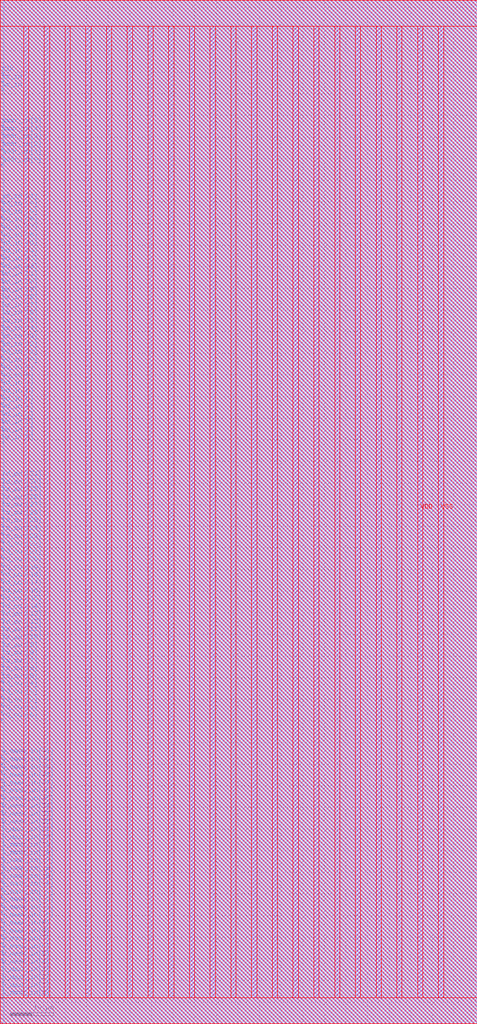
<source format=lef>
VERSION 5.7 ;
BUSBITCHARS "[]" ;
MACRO fakeram130_64x32
  FOREIGN fakeram130_64x32 0 0 ;
  SYMMETRY X Y R90 ;
  SIZE 110.400 BY 236.640 ;
  CLASS BLOCK ;
  PIN w_mask_in[0]
    DIRECTION INPUT ;
    USE SIGNAL ;
    SHAPE ABUTMENT ;
    PORT
      LAYER met3 ;
      RECT 0.000 5.850 0.800 6.150 ;
    END
  END w_mask_in[0]
  PIN w_mask_in[1]
    DIRECTION INPUT ;
    USE SIGNAL ;
    SHAPE ABUTMENT ;
    PORT
      LAYER met3 ;
      RECT 0.000 7.650 0.800 7.950 ;
    END
  END w_mask_in[1]
  PIN w_mask_in[2]
    DIRECTION INPUT ;
    USE SIGNAL ;
    SHAPE ABUTMENT ;
    PORT
      LAYER met3 ;
      RECT 0.000 9.450 0.800 9.750 ;
    END
  END w_mask_in[2]
  PIN w_mask_in[3]
    DIRECTION INPUT ;
    USE SIGNAL ;
    SHAPE ABUTMENT ;
    PORT
      LAYER met3 ;
      RECT 0.000 11.250 0.800 11.550 ;
    END
  END w_mask_in[3]
  PIN w_mask_in[4]
    DIRECTION INPUT ;
    USE SIGNAL ;
    SHAPE ABUTMENT ;
    PORT
      LAYER met3 ;
      RECT 0.000 13.050 0.800 13.350 ;
    END
  END w_mask_in[4]
  PIN w_mask_in[5]
    DIRECTION INPUT ;
    USE SIGNAL ;
    SHAPE ABUTMENT ;
    PORT
      LAYER met3 ;
      RECT 0.000 14.850 0.800 15.150 ;
    END
  END w_mask_in[5]
  PIN w_mask_in[6]
    DIRECTION INPUT ;
    USE SIGNAL ;
    SHAPE ABUTMENT ;
    PORT
      LAYER met3 ;
      RECT 0.000 16.650 0.800 16.950 ;
    END
  END w_mask_in[6]
  PIN w_mask_in[7]
    DIRECTION INPUT ;
    USE SIGNAL ;
    SHAPE ABUTMENT ;
    PORT
      LAYER met3 ;
      RECT 0.000 18.450 0.800 18.750 ;
    END
  END w_mask_in[7]
  PIN w_mask_in[8]
    DIRECTION INPUT ;
    USE SIGNAL ;
    SHAPE ABUTMENT ;
    PORT
      LAYER met3 ;
      RECT 0.000 20.250 0.800 20.550 ;
    END
  END w_mask_in[8]
  PIN w_mask_in[9]
    DIRECTION INPUT ;
    USE SIGNAL ;
    SHAPE ABUTMENT ;
    PORT
      LAYER met3 ;
      RECT 0.000 22.050 0.800 22.350 ;
    END
  END w_mask_in[9]
  PIN w_mask_in[10]
    DIRECTION INPUT ;
    USE SIGNAL ;
    SHAPE ABUTMENT ;
    PORT
      LAYER met3 ;
      RECT 0.000 23.850 0.800 24.150 ;
    END
  END w_mask_in[10]
  PIN w_mask_in[11]
    DIRECTION INPUT ;
    USE SIGNAL ;
    SHAPE ABUTMENT ;
    PORT
      LAYER met3 ;
      RECT 0.000 25.650 0.800 25.950 ;
    END
  END w_mask_in[11]
  PIN w_mask_in[12]
    DIRECTION INPUT ;
    USE SIGNAL ;
    SHAPE ABUTMENT ;
    PORT
      LAYER met3 ;
      RECT 0.000 27.450 0.800 27.750 ;
    END
  END w_mask_in[12]
  PIN w_mask_in[13]
    DIRECTION INPUT ;
    USE SIGNAL ;
    SHAPE ABUTMENT ;
    PORT
      LAYER met3 ;
      RECT 0.000 29.250 0.800 29.550 ;
    END
  END w_mask_in[13]
  PIN w_mask_in[14]
    DIRECTION INPUT ;
    USE SIGNAL ;
    SHAPE ABUTMENT ;
    PORT
      LAYER met3 ;
      RECT 0.000 31.050 0.800 31.350 ;
    END
  END w_mask_in[14]
  PIN w_mask_in[15]
    DIRECTION INPUT ;
    USE SIGNAL ;
    SHAPE ABUTMENT ;
    PORT
      LAYER met3 ;
      RECT 0.000 32.850 0.800 33.150 ;
    END
  END w_mask_in[15]
  PIN w_mask_in[16]
    DIRECTION INPUT ;
    USE SIGNAL ;
    SHAPE ABUTMENT ;
    PORT
      LAYER met3 ;
      RECT 0.000 34.650 0.800 34.950 ;
    END
  END w_mask_in[16]
  PIN w_mask_in[17]
    DIRECTION INPUT ;
    USE SIGNAL ;
    SHAPE ABUTMENT ;
    PORT
      LAYER met3 ;
      RECT 0.000 36.450 0.800 36.750 ;
    END
  END w_mask_in[17]
  PIN w_mask_in[18]
    DIRECTION INPUT ;
    USE SIGNAL ;
    SHAPE ABUTMENT ;
    PORT
      LAYER met3 ;
      RECT 0.000 38.250 0.800 38.550 ;
    END
  END w_mask_in[18]
  PIN w_mask_in[19]
    DIRECTION INPUT ;
    USE SIGNAL ;
    SHAPE ABUTMENT ;
    PORT
      LAYER met3 ;
      RECT 0.000 40.050 0.800 40.350 ;
    END
  END w_mask_in[19]
  PIN w_mask_in[20]
    DIRECTION INPUT ;
    USE SIGNAL ;
    SHAPE ABUTMENT ;
    PORT
      LAYER met3 ;
      RECT 0.000 41.850 0.800 42.150 ;
    END
  END w_mask_in[20]
  PIN w_mask_in[21]
    DIRECTION INPUT ;
    USE SIGNAL ;
    SHAPE ABUTMENT ;
    PORT
      LAYER met3 ;
      RECT 0.000 43.650 0.800 43.950 ;
    END
  END w_mask_in[21]
  PIN w_mask_in[22]
    DIRECTION INPUT ;
    USE SIGNAL ;
    SHAPE ABUTMENT ;
    PORT
      LAYER met3 ;
      RECT 0.000 45.450 0.800 45.750 ;
    END
  END w_mask_in[22]
  PIN w_mask_in[23]
    DIRECTION INPUT ;
    USE SIGNAL ;
    SHAPE ABUTMENT ;
    PORT
      LAYER met3 ;
      RECT 0.000 47.250 0.800 47.550 ;
    END
  END w_mask_in[23]
  PIN w_mask_in[24]
    DIRECTION INPUT ;
    USE SIGNAL ;
    SHAPE ABUTMENT ;
    PORT
      LAYER met3 ;
      RECT 0.000 49.050 0.800 49.350 ;
    END
  END w_mask_in[24]
  PIN w_mask_in[25]
    DIRECTION INPUT ;
    USE SIGNAL ;
    SHAPE ABUTMENT ;
    PORT
      LAYER met3 ;
      RECT 0.000 50.850 0.800 51.150 ;
    END
  END w_mask_in[25]
  PIN w_mask_in[26]
    DIRECTION INPUT ;
    USE SIGNAL ;
    SHAPE ABUTMENT ;
    PORT
      LAYER met3 ;
      RECT 0.000 52.650 0.800 52.950 ;
    END
  END w_mask_in[26]
  PIN w_mask_in[27]
    DIRECTION INPUT ;
    USE SIGNAL ;
    SHAPE ABUTMENT ;
    PORT
      LAYER met3 ;
      RECT 0.000 54.450 0.800 54.750 ;
    END
  END w_mask_in[27]
  PIN w_mask_in[28]
    DIRECTION INPUT ;
    USE SIGNAL ;
    SHAPE ABUTMENT ;
    PORT
      LAYER met3 ;
      RECT 0.000 56.250 0.800 56.550 ;
    END
  END w_mask_in[28]
  PIN w_mask_in[29]
    DIRECTION INPUT ;
    USE SIGNAL ;
    SHAPE ABUTMENT ;
    PORT
      LAYER met3 ;
      RECT 0.000 58.050 0.800 58.350 ;
    END
  END w_mask_in[29]
  PIN w_mask_in[30]
    DIRECTION INPUT ;
    USE SIGNAL ;
    SHAPE ABUTMENT ;
    PORT
      LAYER met3 ;
      RECT 0.000 59.850 0.800 60.150 ;
    END
  END w_mask_in[30]
  PIN w_mask_in[31]
    DIRECTION INPUT ;
    USE SIGNAL ;
    SHAPE ABUTMENT ;
    PORT
      LAYER met3 ;
      RECT 0.000 61.650 0.800 61.950 ;
    END
  END w_mask_in[31]
  PIN rd_out[0]
    DIRECTION OUTPUT ;
    USE SIGNAL ;
    SHAPE ABUTMENT ;
    PORT
      LAYER met3 ;
      RECT 0.000 70.050 0.800 70.350 ;
    END
  END rd_out[0]
  PIN rd_out[1]
    DIRECTION OUTPUT ;
    USE SIGNAL ;
    SHAPE ABUTMENT ;
    PORT
      LAYER met3 ;
      RECT 0.000 71.850 0.800 72.150 ;
    END
  END rd_out[1]
  PIN rd_out[2]
    DIRECTION OUTPUT ;
    USE SIGNAL ;
    SHAPE ABUTMENT ;
    PORT
      LAYER met3 ;
      RECT 0.000 73.650 0.800 73.950 ;
    END
  END rd_out[2]
  PIN rd_out[3]
    DIRECTION OUTPUT ;
    USE SIGNAL ;
    SHAPE ABUTMENT ;
    PORT
      LAYER met3 ;
      RECT 0.000 75.450 0.800 75.750 ;
    END
  END rd_out[3]
  PIN rd_out[4]
    DIRECTION OUTPUT ;
    USE SIGNAL ;
    SHAPE ABUTMENT ;
    PORT
      LAYER met3 ;
      RECT 0.000 77.250 0.800 77.550 ;
    END
  END rd_out[4]
  PIN rd_out[5]
    DIRECTION OUTPUT ;
    USE SIGNAL ;
    SHAPE ABUTMENT ;
    PORT
      LAYER met3 ;
      RECT 0.000 79.050 0.800 79.350 ;
    END
  END rd_out[5]
  PIN rd_out[6]
    DIRECTION OUTPUT ;
    USE SIGNAL ;
    SHAPE ABUTMENT ;
    PORT
      LAYER met3 ;
      RECT 0.000 80.850 0.800 81.150 ;
    END
  END rd_out[6]
  PIN rd_out[7]
    DIRECTION OUTPUT ;
    USE SIGNAL ;
    SHAPE ABUTMENT ;
    PORT
      LAYER met3 ;
      RECT 0.000 82.650 0.800 82.950 ;
    END
  END rd_out[7]
  PIN rd_out[8]
    DIRECTION OUTPUT ;
    USE SIGNAL ;
    SHAPE ABUTMENT ;
    PORT
      LAYER met3 ;
      RECT 0.000 84.450 0.800 84.750 ;
    END
  END rd_out[8]
  PIN rd_out[9]
    DIRECTION OUTPUT ;
    USE SIGNAL ;
    SHAPE ABUTMENT ;
    PORT
      LAYER met3 ;
      RECT 0.000 86.250 0.800 86.550 ;
    END
  END rd_out[9]
  PIN rd_out[10]
    DIRECTION OUTPUT ;
    USE SIGNAL ;
    SHAPE ABUTMENT ;
    PORT
      LAYER met3 ;
      RECT 0.000 88.050 0.800 88.350 ;
    END
  END rd_out[10]
  PIN rd_out[11]
    DIRECTION OUTPUT ;
    USE SIGNAL ;
    SHAPE ABUTMENT ;
    PORT
      LAYER met3 ;
      RECT 0.000 89.850 0.800 90.150 ;
    END
  END rd_out[11]
  PIN rd_out[12]
    DIRECTION OUTPUT ;
    USE SIGNAL ;
    SHAPE ABUTMENT ;
    PORT
      LAYER met3 ;
      RECT 0.000 91.650 0.800 91.950 ;
    END
  END rd_out[12]
  PIN rd_out[13]
    DIRECTION OUTPUT ;
    USE SIGNAL ;
    SHAPE ABUTMENT ;
    PORT
      LAYER met3 ;
      RECT 0.000 93.450 0.800 93.750 ;
    END
  END rd_out[13]
  PIN rd_out[14]
    DIRECTION OUTPUT ;
    USE SIGNAL ;
    SHAPE ABUTMENT ;
    PORT
      LAYER met3 ;
      RECT 0.000 95.250 0.800 95.550 ;
    END
  END rd_out[14]
  PIN rd_out[15]
    DIRECTION OUTPUT ;
    USE SIGNAL ;
    SHAPE ABUTMENT ;
    PORT
      LAYER met3 ;
      RECT 0.000 97.050 0.800 97.350 ;
    END
  END rd_out[15]
  PIN rd_out[16]
    DIRECTION OUTPUT ;
    USE SIGNAL ;
    SHAPE ABUTMENT ;
    PORT
      LAYER met3 ;
      RECT 0.000 98.850 0.800 99.150 ;
    END
  END rd_out[16]
  PIN rd_out[17]
    DIRECTION OUTPUT ;
    USE SIGNAL ;
    SHAPE ABUTMENT ;
    PORT
      LAYER met3 ;
      RECT 0.000 100.650 0.800 100.950 ;
    END
  END rd_out[17]
  PIN rd_out[18]
    DIRECTION OUTPUT ;
    USE SIGNAL ;
    SHAPE ABUTMENT ;
    PORT
      LAYER met3 ;
      RECT 0.000 102.450 0.800 102.750 ;
    END
  END rd_out[18]
  PIN rd_out[19]
    DIRECTION OUTPUT ;
    USE SIGNAL ;
    SHAPE ABUTMENT ;
    PORT
      LAYER met3 ;
      RECT 0.000 104.250 0.800 104.550 ;
    END
  END rd_out[19]
  PIN rd_out[20]
    DIRECTION OUTPUT ;
    USE SIGNAL ;
    SHAPE ABUTMENT ;
    PORT
      LAYER met3 ;
      RECT 0.000 106.050 0.800 106.350 ;
    END
  END rd_out[20]
  PIN rd_out[21]
    DIRECTION OUTPUT ;
    USE SIGNAL ;
    SHAPE ABUTMENT ;
    PORT
      LAYER met3 ;
      RECT 0.000 107.850 0.800 108.150 ;
    END
  END rd_out[21]
  PIN rd_out[22]
    DIRECTION OUTPUT ;
    USE SIGNAL ;
    SHAPE ABUTMENT ;
    PORT
      LAYER met3 ;
      RECT 0.000 109.650 0.800 109.950 ;
    END
  END rd_out[22]
  PIN rd_out[23]
    DIRECTION OUTPUT ;
    USE SIGNAL ;
    SHAPE ABUTMENT ;
    PORT
      LAYER met3 ;
      RECT 0.000 111.450 0.800 111.750 ;
    END
  END rd_out[23]
  PIN rd_out[24]
    DIRECTION OUTPUT ;
    USE SIGNAL ;
    SHAPE ABUTMENT ;
    PORT
      LAYER met3 ;
      RECT 0.000 113.250 0.800 113.550 ;
    END
  END rd_out[24]
  PIN rd_out[25]
    DIRECTION OUTPUT ;
    USE SIGNAL ;
    SHAPE ABUTMENT ;
    PORT
      LAYER met3 ;
      RECT 0.000 115.050 0.800 115.350 ;
    END
  END rd_out[25]
  PIN rd_out[26]
    DIRECTION OUTPUT ;
    USE SIGNAL ;
    SHAPE ABUTMENT ;
    PORT
      LAYER met3 ;
      RECT 0.000 116.850 0.800 117.150 ;
    END
  END rd_out[26]
  PIN rd_out[27]
    DIRECTION OUTPUT ;
    USE SIGNAL ;
    SHAPE ABUTMENT ;
    PORT
      LAYER met3 ;
      RECT 0.000 118.650 0.800 118.950 ;
    END
  END rd_out[27]
  PIN rd_out[28]
    DIRECTION OUTPUT ;
    USE SIGNAL ;
    SHAPE ABUTMENT ;
    PORT
      LAYER met3 ;
      RECT 0.000 120.450 0.800 120.750 ;
    END
  END rd_out[28]
  PIN rd_out[29]
    DIRECTION OUTPUT ;
    USE SIGNAL ;
    SHAPE ABUTMENT ;
    PORT
      LAYER met3 ;
      RECT 0.000 122.250 0.800 122.550 ;
    END
  END rd_out[29]
  PIN rd_out[30]
    DIRECTION OUTPUT ;
    USE SIGNAL ;
    SHAPE ABUTMENT ;
    PORT
      LAYER met3 ;
      RECT 0.000 124.050 0.800 124.350 ;
    END
  END rd_out[30]
  PIN rd_out[31]
    DIRECTION OUTPUT ;
    USE SIGNAL ;
    SHAPE ABUTMENT ;
    PORT
      LAYER met3 ;
      RECT 0.000 125.850 0.800 126.150 ;
    END
  END rd_out[31]
  PIN wd_in[0]
    DIRECTION INPUT ;
    USE SIGNAL ;
    SHAPE ABUTMENT ;
    PORT
      LAYER met3 ;
      RECT 0.000 134.250 0.800 134.550 ;
    END
  END wd_in[0]
  PIN wd_in[1]
    DIRECTION INPUT ;
    USE SIGNAL ;
    SHAPE ABUTMENT ;
    PORT
      LAYER met3 ;
      RECT 0.000 136.050 0.800 136.350 ;
    END
  END wd_in[1]
  PIN wd_in[2]
    DIRECTION INPUT ;
    USE SIGNAL ;
    SHAPE ABUTMENT ;
    PORT
      LAYER met3 ;
      RECT 0.000 137.850 0.800 138.150 ;
    END
  END wd_in[2]
  PIN wd_in[3]
    DIRECTION INPUT ;
    USE SIGNAL ;
    SHAPE ABUTMENT ;
    PORT
      LAYER met3 ;
      RECT 0.000 139.650 0.800 139.950 ;
    END
  END wd_in[3]
  PIN wd_in[4]
    DIRECTION INPUT ;
    USE SIGNAL ;
    SHAPE ABUTMENT ;
    PORT
      LAYER met3 ;
      RECT 0.000 141.450 0.800 141.750 ;
    END
  END wd_in[4]
  PIN wd_in[5]
    DIRECTION INPUT ;
    USE SIGNAL ;
    SHAPE ABUTMENT ;
    PORT
      LAYER met3 ;
      RECT 0.000 143.250 0.800 143.550 ;
    END
  END wd_in[5]
  PIN wd_in[6]
    DIRECTION INPUT ;
    USE SIGNAL ;
    SHAPE ABUTMENT ;
    PORT
      LAYER met3 ;
      RECT 0.000 145.050 0.800 145.350 ;
    END
  END wd_in[6]
  PIN wd_in[7]
    DIRECTION INPUT ;
    USE SIGNAL ;
    SHAPE ABUTMENT ;
    PORT
      LAYER met3 ;
      RECT 0.000 146.850 0.800 147.150 ;
    END
  END wd_in[7]
  PIN wd_in[8]
    DIRECTION INPUT ;
    USE SIGNAL ;
    SHAPE ABUTMENT ;
    PORT
      LAYER met3 ;
      RECT 0.000 148.650 0.800 148.950 ;
    END
  END wd_in[8]
  PIN wd_in[9]
    DIRECTION INPUT ;
    USE SIGNAL ;
    SHAPE ABUTMENT ;
    PORT
      LAYER met3 ;
      RECT 0.000 150.450 0.800 150.750 ;
    END
  END wd_in[9]
  PIN wd_in[10]
    DIRECTION INPUT ;
    USE SIGNAL ;
    SHAPE ABUTMENT ;
    PORT
      LAYER met3 ;
      RECT 0.000 152.250 0.800 152.550 ;
    END
  END wd_in[10]
  PIN wd_in[11]
    DIRECTION INPUT ;
    USE SIGNAL ;
    SHAPE ABUTMENT ;
    PORT
      LAYER met3 ;
      RECT 0.000 154.050 0.800 154.350 ;
    END
  END wd_in[11]
  PIN wd_in[12]
    DIRECTION INPUT ;
    USE SIGNAL ;
    SHAPE ABUTMENT ;
    PORT
      LAYER met3 ;
      RECT 0.000 155.850 0.800 156.150 ;
    END
  END wd_in[12]
  PIN wd_in[13]
    DIRECTION INPUT ;
    USE SIGNAL ;
    SHAPE ABUTMENT ;
    PORT
      LAYER met3 ;
      RECT 0.000 157.650 0.800 157.950 ;
    END
  END wd_in[13]
  PIN wd_in[14]
    DIRECTION INPUT ;
    USE SIGNAL ;
    SHAPE ABUTMENT ;
    PORT
      LAYER met3 ;
      RECT 0.000 159.450 0.800 159.750 ;
    END
  END wd_in[14]
  PIN wd_in[15]
    DIRECTION INPUT ;
    USE SIGNAL ;
    SHAPE ABUTMENT ;
    PORT
      LAYER met3 ;
      RECT 0.000 161.250 0.800 161.550 ;
    END
  END wd_in[15]
  PIN wd_in[16]
    DIRECTION INPUT ;
    USE SIGNAL ;
    SHAPE ABUTMENT ;
    PORT
      LAYER met3 ;
      RECT 0.000 163.050 0.800 163.350 ;
    END
  END wd_in[16]
  PIN wd_in[17]
    DIRECTION INPUT ;
    USE SIGNAL ;
    SHAPE ABUTMENT ;
    PORT
      LAYER met3 ;
      RECT 0.000 164.850 0.800 165.150 ;
    END
  END wd_in[17]
  PIN wd_in[18]
    DIRECTION INPUT ;
    USE SIGNAL ;
    SHAPE ABUTMENT ;
    PORT
      LAYER met3 ;
      RECT 0.000 166.650 0.800 166.950 ;
    END
  END wd_in[18]
  PIN wd_in[19]
    DIRECTION INPUT ;
    USE SIGNAL ;
    SHAPE ABUTMENT ;
    PORT
      LAYER met3 ;
      RECT 0.000 168.450 0.800 168.750 ;
    END
  END wd_in[19]
  PIN wd_in[20]
    DIRECTION INPUT ;
    USE SIGNAL ;
    SHAPE ABUTMENT ;
    PORT
      LAYER met3 ;
      RECT 0.000 170.250 0.800 170.550 ;
    END
  END wd_in[20]
  PIN wd_in[21]
    DIRECTION INPUT ;
    USE SIGNAL ;
    SHAPE ABUTMENT ;
    PORT
      LAYER met3 ;
      RECT 0.000 172.050 0.800 172.350 ;
    END
  END wd_in[21]
  PIN wd_in[22]
    DIRECTION INPUT ;
    USE SIGNAL ;
    SHAPE ABUTMENT ;
    PORT
      LAYER met3 ;
      RECT 0.000 173.850 0.800 174.150 ;
    END
  END wd_in[22]
  PIN wd_in[23]
    DIRECTION INPUT ;
    USE SIGNAL ;
    SHAPE ABUTMENT ;
    PORT
      LAYER met3 ;
      RECT 0.000 175.650 0.800 175.950 ;
    END
  END wd_in[23]
  PIN wd_in[24]
    DIRECTION INPUT ;
    USE SIGNAL ;
    SHAPE ABUTMENT ;
    PORT
      LAYER met3 ;
      RECT 0.000 177.450 0.800 177.750 ;
    END
  END wd_in[24]
  PIN wd_in[25]
    DIRECTION INPUT ;
    USE SIGNAL ;
    SHAPE ABUTMENT ;
    PORT
      LAYER met3 ;
      RECT 0.000 179.250 0.800 179.550 ;
    END
  END wd_in[25]
  PIN wd_in[26]
    DIRECTION INPUT ;
    USE SIGNAL ;
    SHAPE ABUTMENT ;
    PORT
      LAYER met3 ;
      RECT 0.000 181.050 0.800 181.350 ;
    END
  END wd_in[26]
  PIN wd_in[27]
    DIRECTION INPUT ;
    USE SIGNAL ;
    SHAPE ABUTMENT ;
    PORT
      LAYER met3 ;
      RECT 0.000 182.850 0.800 183.150 ;
    END
  END wd_in[27]
  PIN wd_in[28]
    DIRECTION INPUT ;
    USE SIGNAL ;
    SHAPE ABUTMENT ;
    PORT
      LAYER met3 ;
      RECT 0.000 184.650 0.800 184.950 ;
    END
  END wd_in[28]
  PIN wd_in[29]
    DIRECTION INPUT ;
    USE SIGNAL ;
    SHAPE ABUTMENT ;
    PORT
      LAYER met3 ;
      RECT 0.000 186.450 0.800 186.750 ;
    END
  END wd_in[29]
  PIN wd_in[30]
    DIRECTION INPUT ;
    USE SIGNAL ;
    SHAPE ABUTMENT ;
    PORT
      LAYER met3 ;
      RECT 0.000 188.250 0.800 188.550 ;
    END
  END wd_in[30]
  PIN wd_in[31]
    DIRECTION INPUT ;
    USE SIGNAL ;
    SHAPE ABUTMENT ;
    PORT
      LAYER met3 ;
      RECT 0.000 190.050 0.800 190.350 ;
    END
  END wd_in[31]
  PIN addr_in[0]
    DIRECTION INPUT ;
    USE SIGNAL ;
    SHAPE ABUTMENT ;
    PORT
      LAYER met3 ;
      RECT 0.000 198.450 0.800 198.750 ;
    END
  END addr_in[0]
  PIN addr_in[1]
    DIRECTION INPUT ;
    USE SIGNAL ;
    SHAPE ABUTMENT ;
    PORT
      LAYER met3 ;
      RECT 0.000 200.250 0.800 200.550 ;
    END
  END addr_in[1]
  PIN addr_in[2]
    DIRECTION INPUT ;
    USE SIGNAL ;
    SHAPE ABUTMENT ;
    PORT
      LAYER met3 ;
      RECT 0.000 202.050 0.800 202.350 ;
    END
  END addr_in[2]
  PIN addr_in[3]
    DIRECTION INPUT ;
    USE SIGNAL ;
    SHAPE ABUTMENT ;
    PORT
      LAYER met3 ;
      RECT 0.000 203.850 0.800 204.150 ;
    END
  END addr_in[3]
  PIN addr_in[4]
    DIRECTION INPUT ;
    USE SIGNAL ;
    SHAPE ABUTMENT ;
    PORT
      LAYER met3 ;
      RECT 0.000 205.650 0.800 205.950 ;
    END
  END addr_in[4]
  PIN addr_in[5]
    DIRECTION INPUT ;
    USE SIGNAL ;
    SHAPE ABUTMENT ;
    PORT
      LAYER met3 ;
      RECT 0.000 207.450 0.800 207.750 ;
    END
  END addr_in[5]
  PIN we_in
    DIRECTION INPUT ;
    USE SIGNAL ;
    SHAPE ABUTMENT ;
    PORT
      LAYER met3 ;
      RECT 0.000 215.850 0.800 216.150 ;
    END
  END we_in
  PIN ce_in
    DIRECTION INPUT ;
    USE SIGNAL ;
    SHAPE ABUTMENT ;
    PORT
      LAYER met3 ;
      RECT 0.000 217.650 0.800 217.950 ;
    END
  END ce_in
  PIN clk
    DIRECTION INPUT ;
    USE SIGNAL ;
    SHAPE ABUTMENT ;
    PORT
      LAYER met3 ;
      RECT 0.000 219.450 0.800 219.750 ;
    END
  END clk
  PIN VSS
    DIRECTION INOUT ;
    USE GROUND ;
    PORT
      LAYER met4 ;
      RECT 5.400 6.000 6.600 230.640 ;
      RECT 15.000 6.000 16.200 230.640 ;
      RECT 24.600 6.000 25.800 230.640 ;
      RECT 34.200 6.000 35.400 230.640 ;
      RECT 43.800 6.000 45.000 230.640 ;
      RECT 53.400 6.000 54.600 230.640 ;
      RECT 63.000 6.000 64.200 230.640 ;
      RECT 72.600 6.000 73.800 230.640 ;
      RECT 82.200 6.000 83.400 230.640 ;
      RECT 91.800 6.000 93.000 230.640 ;
      RECT 101.400 6.000 102.600 230.640 ;
    END
  END VSS
  PIN VDD
    DIRECTION INOUT ;
    USE POWER ;
    PORT
      LAYER met4 ;
      RECT 10.200 6.000 11.400 230.640 ;
      RECT 19.800 6.000 21.000 230.640 ;
      RECT 29.400 6.000 30.600 230.640 ;
      RECT 39.000 6.000 40.200 230.640 ;
      RECT 48.600 6.000 49.800 230.640 ;
      RECT 58.200 6.000 59.400 230.640 ;
      RECT 67.800 6.000 69.000 230.640 ;
      RECT 77.400 6.000 78.600 230.640 ;
      RECT 87.000 6.000 88.200 230.640 ;
      RECT 96.600 6.000 97.800 230.640 ;
    END
  END VDD
  OBS
    LAYER met1 ;
    RECT 0 0 110.400 236.640 ;
    LAYER met2 ;
    RECT 0 0 110.400 236.640 ;
    LAYER met3 ;
    RECT 0.800 0 110.400 236.640 ;
    RECT 0 0.000 0.800 5.850 ;
    RECT 0 6.150 0.800 7.650 ;
    RECT 0 7.950 0.800 9.450 ;
    RECT 0 9.750 0.800 11.250 ;
    RECT 0 11.550 0.800 13.050 ;
    RECT 0 13.350 0.800 14.850 ;
    RECT 0 15.150 0.800 16.650 ;
    RECT 0 16.950 0.800 18.450 ;
    RECT 0 18.750 0.800 20.250 ;
    RECT 0 20.550 0.800 22.050 ;
    RECT 0 22.350 0.800 23.850 ;
    RECT 0 24.150 0.800 25.650 ;
    RECT 0 25.950 0.800 27.450 ;
    RECT 0 27.750 0.800 29.250 ;
    RECT 0 29.550 0.800 31.050 ;
    RECT 0 31.350 0.800 32.850 ;
    RECT 0 33.150 0.800 34.650 ;
    RECT 0 34.950 0.800 36.450 ;
    RECT 0 36.750 0.800 38.250 ;
    RECT 0 38.550 0.800 40.050 ;
    RECT 0 40.350 0.800 41.850 ;
    RECT 0 42.150 0.800 43.650 ;
    RECT 0 43.950 0.800 45.450 ;
    RECT 0 45.750 0.800 47.250 ;
    RECT 0 47.550 0.800 49.050 ;
    RECT 0 49.350 0.800 50.850 ;
    RECT 0 51.150 0.800 52.650 ;
    RECT 0 52.950 0.800 54.450 ;
    RECT 0 54.750 0.800 56.250 ;
    RECT 0 56.550 0.800 58.050 ;
    RECT 0 58.350 0.800 59.850 ;
    RECT 0 60.150 0.800 61.650 ;
    RECT 0 61.950 0.800 70.050 ;
    RECT 0 70.350 0.800 71.850 ;
    RECT 0 72.150 0.800 73.650 ;
    RECT 0 73.950 0.800 75.450 ;
    RECT 0 75.750 0.800 77.250 ;
    RECT 0 77.550 0.800 79.050 ;
    RECT 0 79.350 0.800 80.850 ;
    RECT 0 81.150 0.800 82.650 ;
    RECT 0 82.950 0.800 84.450 ;
    RECT 0 84.750 0.800 86.250 ;
    RECT 0 86.550 0.800 88.050 ;
    RECT 0 88.350 0.800 89.850 ;
    RECT 0 90.150 0.800 91.650 ;
    RECT 0 91.950 0.800 93.450 ;
    RECT 0 93.750 0.800 95.250 ;
    RECT 0 95.550 0.800 97.050 ;
    RECT 0 97.350 0.800 98.850 ;
    RECT 0 99.150 0.800 100.650 ;
    RECT 0 100.950 0.800 102.450 ;
    RECT 0 102.750 0.800 104.250 ;
    RECT 0 104.550 0.800 106.050 ;
    RECT 0 106.350 0.800 107.850 ;
    RECT 0 108.150 0.800 109.650 ;
    RECT 0 109.950 0.800 111.450 ;
    RECT 0 111.750 0.800 113.250 ;
    RECT 0 113.550 0.800 115.050 ;
    RECT 0 115.350 0.800 116.850 ;
    RECT 0 117.150 0.800 118.650 ;
    RECT 0 118.950 0.800 120.450 ;
    RECT 0 120.750 0.800 122.250 ;
    RECT 0 122.550 0.800 124.050 ;
    RECT 0 124.350 0.800 125.850 ;
    RECT 0 126.150 0.800 134.250 ;
    RECT 0 134.550 0.800 136.050 ;
    RECT 0 136.350 0.800 137.850 ;
    RECT 0 138.150 0.800 139.650 ;
    RECT 0 139.950 0.800 141.450 ;
    RECT 0 141.750 0.800 143.250 ;
    RECT 0 143.550 0.800 145.050 ;
    RECT 0 145.350 0.800 146.850 ;
    RECT 0 147.150 0.800 148.650 ;
    RECT 0 148.950 0.800 150.450 ;
    RECT 0 150.750 0.800 152.250 ;
    RECT 0 152.550 0.800 154.050 ;
    RECT 0 154.350 0.800 155.850 ;
    RECT 0 156.150 0.800 157.650 ;
    RECT 0 157.950 0.800 159.450 ;
    RECT 0 159.750 0.800 161.250 ;
    RECT 0 161.550 0.800 163.050 ;
    RECT 0 163.350 0.800 164.850 ;
    RECT 0 165.150 0.800 166.650 ;
    RECT 0 166.950 0.800 168.450 ;
    RECT 0 168.750 0.800 170.250 ;
    RECT 0 170.550 0.800 172.050 ;
    RECT 0 172.350 0.800 173.850 ;
    RECT 0 174.150 0.800 175.650 ;
    RECT 0 175.950 0.800 177.450 ;
    RECT 0 177.750 0.800 179.250 ;
    RECT 0 179.550 0.800 181.050 ;
    RECT 0 181.350 0.800 182.850 ;
    RECT 0 183.150 0.800 184.650 ;
    RECT 0 184.950 0.800 186.450 ;
    RECT 0 186.750 0.800 188.250 ;
    RECT 0 188.550 0.800 190.050 ;
    RECT 0 190.350 0.800 198.450 ;
    RECT 0 198.750 0.800 200.250 ;
    RECT 0 200.550 0.800 202.050 ;
    RECT 0 202.350 0.800 203.850 ;
    RECT 0 204.150 0.800 205.650 ;
    RECT 0 205.950 0.800 207.450 ;
    RECT 0 207.750 0.800 215.850 ;
    RECT 0 216.150 0.800 217.650 ;
    RECT 0 217.950 0.800 219.450 ;
    RECT 0 219.750 0.800 236.640 ;
    LAYER met4 ;
    RECT 0 0 110.400 6.000 ;
    RECT 0 230.640 110.400 236.640 ;
    RECT 0.000 6.000 5.400 230.640 ;
    RECT 6.600 6.000 10.200 230.640 ;
    RECT 11.400 6.000 15.000 230.640 ;
    RECT 16.200 6.000 19.800 230.640 ;
    RECT 21.000 6.000 24.600 230.640 ;
    RECT 25.800 6.000 29.400 230.640 ;
    RECT 30.600 6.000 34.200 230.640 ;
    RECT 35.400 6.000 39.000 230.640 ;
    RECT 40.200 6.000 43.800 230.640 ;
    RECT 45.000 6.000 48.600 230.640 ;
    RECT 49.800 6.000 53.400 230.640 ;
    RECT 54.600 6.000 58.200 230.640 ;
    RECT 59.400 6.000 63.000 230.640 ;
    RECT 64.200 6.000 67.800 230.640 ;
    RECT 69.000 6.000 72.600 230.640 ;
    RECT 73.800 6.000 77.400 230.640 ;
    RECT 78.600 6.000 82.200 230.640 ;
    RECT 83.400 6.000 87.000 230.640 ;
    RECT 88.200 6.000 91.800 230.640 ;
    RECT 93.000 6.000 96.600 230.640 ;
    RECT 97.800 6.000 101.400 230.640 ;
    RECT 102.600 6.000 110.400 230.640 ;
    LAYER OVERLAP ;
    RECT 0 0 110.400 236.640 ;
  END
END fakeram130_64x32

END LIBRARY

</source>
